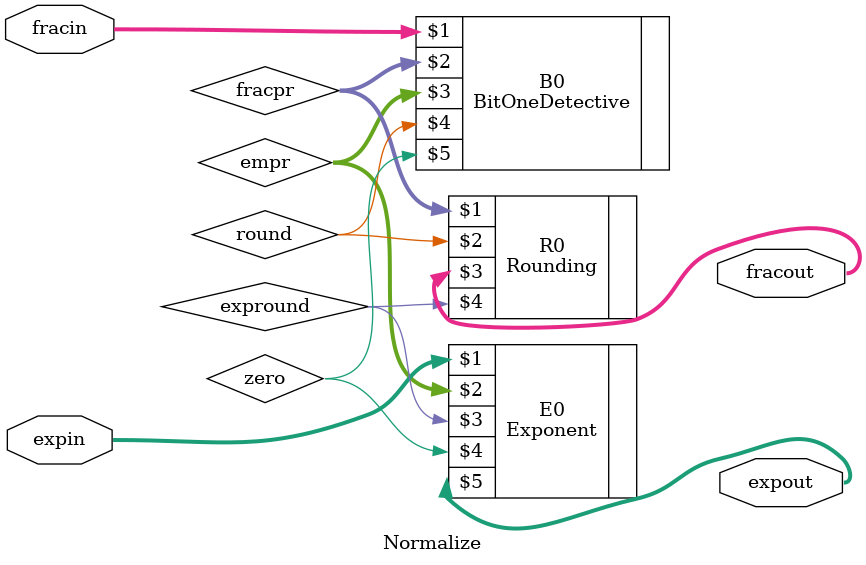
<source format=v>
module Normalize(fracin,expin,fracout,expout);
input [24:0] fracin;
input [7:0] expin;
output [22:0] fracout;
output [7:0] expout;
wire [22:0] fracpr;
wire [7:0] empr;

BitOneDetective B0(fracin,fracpr,empr,round,zero);
Rounding R0(fracpr,round,fracout,expround);
Exponent E0(expin,empr,expround,zero,expout);

endmodule

</source>
